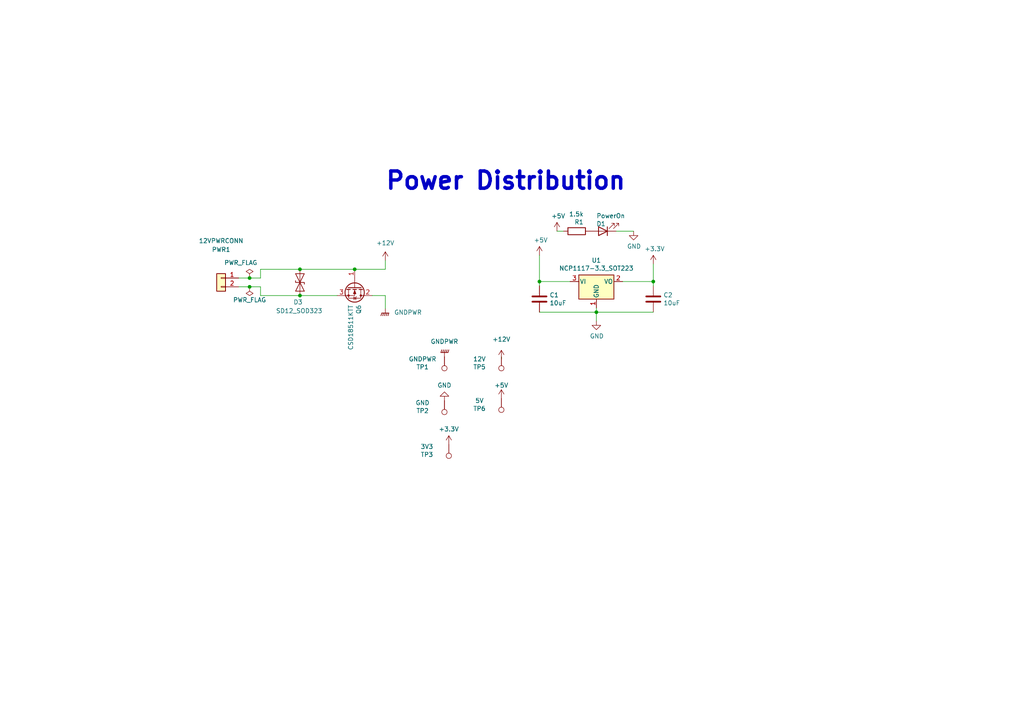
<source format=kicad_sch>
(kicad_sch (version 20230121) (generator eeschema)

  (uuid 59d96712-1eb1-4501-bf99-c33b5576da5d)

  (paper "A4")

  (lib_symbols
    (symbol "Connector:TestPoint" (pin_numbers hide) (pin_names (offset 0.762) hide) (in_bom yes) (on_board yes)
      (property "Reference" "TP" (at 0 6.858 0)
        (effects (font (size 1.27 1.27)))
      )
      (property "Value" "TestPoint" (at 0 5.08 0)
        (effects (font (size 1.27 1.27)))
      )
      (property "Footprint" "" (at 5.08 0 0)
        (effects (font (size 1.27 1.27)) hide)
      )
      (property "Datasheet" "~" (at 5.08 0 0)
        (effects (font (size 1.27 1.27)) hide)
      )
      (property "ki_keywords" "test point tp" (at 0 0 0)
        (effects (font (size 1.27 1.27)) hide)
      )
      (property "ki_description" "test point" (at 0 0 0)
        (effects (font (size 1.27 1.27)) hide)
      )
      (property "ki_fp_filters" "Pin* Test*" (at 0 0 0)
        (effects (font (size 1.27 1.27)) hide)
      )
      (symbol "TestPoint_0_1"
        (circle (center 0 3.302) (radius 0.762)
          (stroke (width 0) (type default))
          (fill (type none))
        )
      )
      (symbol "TestPoint_1_1"
        (pin passive line (at 0 0 90) (length 2.54)
          (name "1" (effects (font (size 1.27 1.27))))
          (number "1" (effects (font (size 1.27 1.27))))
        )
      )
    )
    (symbol "Connector_Generic:Conn_01x02" (pin_names (offset 1.016) hide) (in_bom yes) (on_board yes)
      (property "Reference" "J" (at 0 2.54 0)
        (effects (font (size 1.27 1.27)))
      )
      (property "Value" "Conn_01x02" (at 0 -5.08 0)
        (effects (font (size 1.27 1.27)))
      )
      (property "Footprint" "" (at 0 0 0)
        (effects (font (size 1.27 1.27)) hide)
      )
      (property "Datasheet" "~" (at 0 0 0)
        (effects (font (size 1.27 1.27)) hide)
      )
      (property "ki_keywords" "connector" (at 0 0 0)
        (effects (font (size 1.27 1.27)) hide)
      )
      (property "ki_description" "Generic connector, single row, 01x02, script generated (kicad-library-utils/schlib/autogen/connector/)" (at 0 0 0)
        (effects (font (size 1.27 1.27)) hide)
      )
      (property "ki_fp_filters" "Connector*:*_1x??_*" (at 0 0 0)
        (effects (font (size 1.27 1.27)) hide)
      )
      (symbol "Conn_01x02_1_1"
        (rectangle (start -1.27 -2.413) (end 0 -2.667)
          (stroke (width 0.1524) (type default))
          (fill (type none))
        )
        (rectangle (start -1.27 0.127) (end 0 -0.127)
          (stroke (width 0.1524) (type default))
          (fill (type none))
        )
        (rectangle (start -1.27 1.27) (end 1.27 -3.81)
          (stroke (width 0.254) (type default))
          (fill (type background))
        )
        (pin passive line (at -5.08 0 0) (length 3.81)
          (name "Pin_1" (effects (font (size 1.27 1.27))))
          (number "1" (effects (font (size 1.27 1.27))))
        )
        (pin passive line (at -5.08 -2.54 0) (length 3.81)
          (name "Pin_2" (effects (font (size 1.27 1.27))))
          (number "2" (effects (font (size 1.27 1.27))))
        )
      )
    )
    (symbol "Device:C" (pin_numbers hide) (pin_names (offset 0.254)) (in_bom yes) (on_board yes)
      (property "Reference" "C" (at 0.635 2.54 0)
        (effects (font (size 1.27 1.27)) (justify left))
      )
      (property "Value" "C" (at 0.635 -2.54 0)
        (effects (font (size 1.27 1.27)) (justify left))
      )
      (property "Footprint" "" (at 0.9652 -3.81 0)
        (effects (font (size 1.27 1.27)) hide)
      )
      (property "Datasheet" "~" (at 0 0 0)
        (effects (font (size 1.27 1.27)) hide)
      )
      (property "ki_keywords" "cap capacitor" (at 0 0 0)
        (effects (font (size 1.27 1.27)) hide)
      )
      (property "ki_description" "Unpolarized capacitor" (at 0 0 0)
        (effects (font (size 1.27 1.27)) hide)
      )
      (property "ki_fp_filters" "C_*" (at 0 0 0)
        (effects (font (size 1.27 1.27)) hide)
      )
      (symbol "C_0_1"
        (polyline
          (pts
            (xy -2.032 -0.762)
            (xy 2.032 -0.762)
          )
          (stroke (width 0.508) (type default))
          (fill (type none))
        )
        (polyline
          (pts
            (xy -2.032 0.762)
            (xy 2.032 0.762)
          )
          (stroke (width 0.508) (type default))
          (fill (type none))
        )
      )
      (symbol "C_1_1"
        (pin passive line (at 0 3.81 270) (length 2.794)
          (name "~" (effects (font (size 1.27 1.27))))
          (number "1" (effects (font (size 1.27 1.27))))
        )
        (pin passive line (at 0 -3.81 90) (length 2.794)
          (name "~" (effects (font (size 1.27 1.27))))
          (number "2" (effects (font (size 1.27 1.27))))
        )
      )
    )
    (symbol "Device:LED" (pin_numbers hide) (pin_names (offset 1.016) hide) (in_bom yes) (on_board yes)
      (property "Reference" "D" (at 0 2.54 0)
        (effects (font (size 1.27 1.27)))
      )
      (property "Value" "LED" (at 0 -2.54 0)
        (effects (font (size 1.27 1.27)))
      )
      (property "Footprint" "" (at 0 0 0)
        (effects (font (size 1.27 1.27)) hide)
      )
      (property "Datasheet" "~" (at 0 0 0)
        (effects (font (size 1.27 1.27)) hide)
      )
      (property "ki_keywords" "LED diode" (at 0 0 0)
        (effects (font (size 1.27 1.27)) hide)
      )
      (property "ki_description" "Light emitting diode" (at 0 0 0)
        (effects (font (size 1.27 1.27)) hide)
      )
      (property "ki_fp_filters" "LED* LED_SMD:* LED_THT:*" (at 0 0 0)
        (effects (font (size 1.27 1.27)) hide)
      )
      (symbol "LED_0_1"
        (polyline
          (pts
            (xy -1.27 -1.27)
            (xy -1.27 1.27)
          )
          (stroke (width 0.254) (type default))
          (fill (type none))
        )
        (polyline
          (pts
            (xy -1.27 0)
            (xy 1.27 0)
          )
          (stroke (width 0) (type default))
          (fill (type none))
        )
        (polyline
          (pts
            (xy 1.27 -1.27)
            (xy 1.27 1.27)
            (xy -1.27 0)
            (xy 1.27 -1.27)
          )
          (stroke (width 0.254) (type default))
          (fill (type none))
        )
        (polyline
          (pts
            (xy -3.048 -0.762)
            (xy -4.572 -2.286)
            (xy -3.81 -2.286)
            (xy -4.572 -2.286)
            (xy -4.572 -1.524)
          )
          (stroke (width 0) (type default))
          (fill (type none))
        )
        (polyline
          (pts
            (xy -1.778 -0.762)
            (xy -3.302 -2.286)
            (xy -2.54 -2.286)
            (xy -3.302 -2.286)
            (xy -3.302 -1.524)
          )
          (stroke (width 0) (type default))
          (fill (type none))
        )
      )
      (symbol "LED_1_1"
        (pin passive line (at -3.81 0 0) (length 2.54)
          (name "K" (effects (font (size 1.27 1.27))))
          (number "1" (effects (font (size 1.27 1.27))))
        )
        (pin passive line (at 3.81 0 180) (length 2.54)
          (name "A" (effects (font (size 1.27 1.27))))
          (number "2" (effects (font (size 1.27 1.27))))
        )
      )
    )
    (symbol "Device:Q_NMOS_GDS" (pin_names (offset 0) hide) (in_bom yes) (on_board yes)
      (property "Reference" "Q" (at 5.08 1.27 0)
        (effects (font (size 1.27 1.27)) (justify left))
      )
      (property "Value" "Q_NMOS_GDS" (at 5.08 -1.27 0)
        (effects (font (size 1.27 1.27)) (justify left))
      )
      (property "Footprint" "" (at 5.08 2.54 0)
        (effects (font (size 1.27 1.27)) hide)
      )
      (property "Datasheet" "~" (at 0 0 0)
        (effects (font (size 1.27 1.27)) hide)
      )
      (property "ki_keywords" "transistor NMOS N-MOS N-MOSFET" (at 0 0 0)
        (effects (font (size 1.27 1.27)) hide)
      )
      (property "ki_description" "N-MOSFET transistor, gate/drain/source" (at 0 0 0)
        (effects (font (size 1.27 1.27)) hide)
      )
      (symbol "Q_NMOS_GDS_0_1"
        (polyline
          (pts
            (xy 0.254 0)
            (xy -2.54 0)
          )
          (stroke (width 0) (type default))
          (fill (type none))
        )
        (polyline
          (pts
            (xy 0.254 1.905)
            (xy 0.254 -1.905)
          )
          (stroke (width 0.254) (type default))
          (fill (type none))
        )
        (polyline
          (pts
            (xy 0.762 -1.27)
            (xy 0.762 -2.286)
          )
          (stroke (width 0.254) (type default))
          (fill (type none))
        )
        (polyline
          (pts
            (xy 0.762 0.508)
            (xy 0.762 -0.508)
          )
          (stroke (width 0.254) (type default))
          (fill (type none))
        )
        (polyline
          (pts
            (xy 0.762 2.286)
            (xy 0.762 1.27)
          )
          (stroke (width 0.254) (type default))
          (fill (type none))
        )
        (polyline
          (pts
            (xy 2.54 2.54)
            (xy 2.54 1.778)
          )
          (stroke (width 0) (type default))
          (fill (type none))
        )
        (polyline
          (pts
            (xy 2.54 -2.54)
            (xy 2.54 0)
            (xy 0.762 0)
          )
          (stroke (width 0) (type default))
          (fill (type none))
        )
        (polyline
          (pts
            (xy 0.762 -1.778)
            (xy 3.302 -1.778)
            (xy 3.302 1.778)
            (xy 0.762 1.778)
          )
          (stroke (width 0) (type default))
          (fill (type none))
        )
        (polyline
          (pts
            (xy 1.016 0)
            (xy 2.032 0.381)
            (xy 2.032 -0.381)
            (xy 1.016 0)
          )
          (stroke (width 0) (type default))
          (fill (type outline))
        )
        (polyline
          (pts
            (xy 2.794 0.508)
            (xy 2.921 0.381)
            (xy 3.683 0.381)
            (xy 3.81 0.254)
          )
          (stroke (width 0) (type default))
          (fill (type none))
        )
        (polyline
          (pts
            (xy 3.302 0.381)
            (xy 2.921 -0.254)
            (xy 3.683 -0.254)
            (xy 3.302 0.381)
          )
          (stroke (width 0) (type default))
          (fill (type none))
        )
        (circle (center 1.651 0) (radius 2.794)
          (stroke (width 0.254) (type default))
          (fill (type none))
        )
        (circle (center 2.54 -1.778) (radius 0.254)
          (stroke (width 0) (type default))
          (fill (type outline))
        )
        (circle (center 2.54 1.778) (radius 0.254)
          (stroke (width 0) (type default))
          (fill (type outline))
        )
      )
      (symbol "Q_NMOS_GDS_1_1"
        (pin input line (at -5.08 0 0) (length 2.54)
          (name "G" (effects (font (size 1.27 1.27))))
          (number "1" (effects (font (size 1.27 1.27))))
        )
        (pin passive line (at 2.54 5.08 270) (length 2.54)
          (name "D" (effects (font (size 1.27 1.27))))
          (number "2" (effects (font (size 1.27 1.27))))
        )
        (pin passive line (at 2.54 -5.08 90) (length 2.54)
          (name "S" (effects (font (size 1.27 1.27))))
          (number "3" (effects (font (size 1.27 1.27))))
        )
      )
    )
    (symbol "Device:R" (pin_numbers hide) (pin_names (offset 0)) (in_bom yes) (on_board yes)
      (property "Reference" "R" (at 2.032 0 90)
        (effects (font (size 1.27 1.27)))
      )
      (property "Value" "R" (at 0 0 90)
        (effects (font (size 1.27 1.27)))
      )
      (property "Footprint" "" (at -1.778 0 90)
        (effects (font (size 1.27 1.27)) hide)
      )
      (property "Datasheet" "~" (at 0 0 0)
        (effects (font (size 1.27 1.27)) hide)
      )
      (property "ki_keywords" "R res resistor" (at 0 0 0)
        (effects (font (size 1.27 1.27)) hide)
      )
      (property "ki_description" "Resistor" (at 0 0 0)
        (effects (font (size 1.27 1.27)) hide)
      )
      (property "ki_fp_filters" "R_*" (at 0 0 0)
        (effects (font (size 1.27 1.27)) hide)
      )
      (symbol "R_0_1"
        (rectangle (start -1.016 -2.54) (end 1.016 2.54)
          (stroke (width 0.254) (type default))
          (fill (type none))
        )
      )
      (symbol "R_1_1"
        (pin passive line (at 0 3.81 270) (length 1.27)
          (name "~" (effects (font (size 1.27 1.27))))
          (number "1" (effects (font (size 1.27 1.27))))
        )
        (pin passive line (at 0 -3.81 90) (length 1.27)
          (name "~" (effects (font (size 1.27 1.27))))
          (number "2" (effects (font (size 1.27 1.27))))
        )
      )
    )
    (symbol "Diode:SD12_SOD323" (pin_numbers hide) (pin_names (offset 1.016) hide) (in_bom yes) (on_board yes)
      (property "Reference" "D" (at 0 2.54 0)
        (effects (font (size 1.27 1.27)))
      )
      (property "Value" "SD12_SOD323" (at 0 -2.54 0)
        (effects (font (size 1.27 1.27)))
      )
      (property "Footprint" "Diode_SMD:D_SOD-323" (at 0 -5.08 0)
        (effects (font (size 1.27 1.27)) hide)
      )
      (property "Datasheet" "https://www.littelfuse.com/~/media/electronics/datasheets/tvs_diode_arrays/littelfuse_tvs_diode_array_sd_c_datasheet.pdf.pdf" (at 0 0 0)
        (effects (font (size 1.27 1.27)) hide)
      )
      (property "ki_keywords" "transient voltage suppressor thyrector transil" (at 0 0 0)
        (effects (font (size 1.27 1.27)) hide)
      )
      (property "ki_description" "12V, 450W Discrete Bidirectional TVS Diode, SOD-323" (at 0 0 0)
        (effects (font (size 1.27 1.27)) hide)
      )
      (property "ki_fp_filters" "D?SOD?323*" (at 0 0 0)
        (effects (font (size 1.27 1.27)) hide)
      )
      (symbol "SD12_SOD323_0_1"
        (polyline
          (pts
            (xy 1.27 0)
            (xy -1.27 0)
          )
          (stroke (width 0) (type default))
          (fill (type none))
        )
        (polyline
          (pts
            (xy -2.54 -1.27)
            (xy 0 0)
            (xy -2.54 1.27)
            (xy -2.54 -1.27)
          )
          (stroke (width 0.2032) (type default))
          (fill (type none))
        )
        (polyline
          (pts
            (xy 0.508 1.27)
            (xy 0 1.27)
            (xy 0 -1.27)
            (xy -0.508 -1.27)
          )
          (stroke (width 0.2032) (type default))
          (fill (type none))
        )
        (polyline
          (pts
            (xy 2.54 1.27)
            (xy 2.54 -1.27)
            (xy 0 0)
            (xy 2.54 1.27)
          )
          (stroke (width 0.2032) (type default))
          (fill (type none))
        )
      )
      (symbol "SD12_SOD323_1_1"
        (pin passive line (at -3.81 0 0) (length 2.54)
          (name "A1" (effects (font (size 1.27 1.27))))
          (number "1" (effects (font (size 1.27 1.27))))
        )
        (pin passive line (at 3.81 0 180) (length 2.54)
          (name "A2" (effects (font (size 1.27 1.27))))
          (number "2" (effects (font (size 1.27 1.27))))
        )
      )
    )
    (symbol "Regulator_Linear:NCP1117-3.3_SOT223" (pin_names (offset 0.254)) (in_bom yes) (on_board yes)
      (property "Reference" "U" (at -3.81 3.175 0)
        (effects (font (size 1.27 1.27)))
      )
      (property "Value" "NCP1117-3.3_SOT223" (at 0 3.175 0)
        (effects (font (size 1.27 1.27)) (justify left))
      )
      (property "Footprint" "Package_TO_SOT_SMD:SOT-223-3_TabPin2" (at 0 5.08 0)
        (effects (font (size 1.27 1.27)) hide)
      )
      (property "Datasheet" "http://www.onsemi.com/pub_link/Collateral/NCP1117-D.PDF" (at 2.54 -6.35 0)
        (effects (font (size 1.27 1.27)) hide)
      )
      (property "ki_keywords" "REGULATOR LDO 3.3V" (at 0 0 0)
        (effects (font (size 1.27 1.27)) hide)
      )
      (property "ki_description" "1A Low drop-out regulator, Fixed Output 3.3V, SOT-223" (at 0 0 0)
        (effects (font (size 1.27 1.27)) hide)
      )
      (property "ki_fp_filters" "SOT?223*TabPin2*" (at 0 0 0)
        (effects (font (size 1.27 1.27)) hide)
      )
      (symbol "NCP1117-3.3_SOT223_0_1"
        (rectangle (start -5.08 -5.08) (end 5.08 1.905)
          (stroke (width 0.254) (type default))
          (fill (type background))
        )
      )
      (symbol "NCP1117-3.3_SOT223_1_1"
        (pin power_in line (at 0 -7.62 90) (length 2.54)
          (name "GND" (effects (font (size 1.27 1.27))))
          (number "1" (effects (font (size 1.27 1.27))))
        )
        (pin power_out line (at 7.62 0 180) (length 2.54)
          (name "VO" (effects (font (size 1.27 1.27))))
          (number "2" (effects (font (size 1.27 1.27))))
        )
        (pin power_in line (at -7.62 0 0) (length 2.54)
          (name "VI" (effects (font (size 1.27 1.27))))
          (number "3" (effects (font (size 1.27 1.27))))
        )
      )
    )
    (symbol "power:+12V" (power) (pin_names (offset 0)) (in_bom yes) (on_board yes)
      (property "Reference" "#PWR" (at 0 -3.81 0)
        (effects (font (size 1.27 1.27)) hide)
      )
      (property "Value" "+12V" (at 0 3.556 0)
        (effects (font (size 1.27 1.27)))
      )
      (property "Footprint" "" (at 0 0 0)
        (effects (font (size 1.27 1.27)) hide)
      )
      (property "Datasheet" "" (at 0 0 0)
        (effects (font (size 1.27 1.27)) hide)
      )
      (property "ki_keywords" "power-flag" (at 0 0 0)
        (effects (font (size 1.27 1.27)) hide)
      )
      (property "ki_description" "Power symbol creates a global label with name \"+12V\"" (at 0 0 0)
        (effects (font (size 1.27 1.27)) hide)
      )
      (symbol "+12V_0_1"
        (polyline
          (pts
            (xy -0.762 1.27)
            (xy 0 2.54)
          )
          (stroke (width 0) (type default))
          (fill (type none))
        )
        (polyline
          (pts
            (xy 0 0)
            (xy 0 2.54)
          )
          (stroke (width 0) (type default))
          (fill (type none))
        )
        (polyline
          (pts
            (xy 0 2.54)
            (xy 0.762 1.27)
          )
          (stroke (width 0) (type default))
          (fill (type none))
        )
      )
      (symbol "+12V_1_1"
        (pin power_in line (at 0 0 90) (length 0) hide
          (name "+12V" (effects (font (size 1.27 1.27))))
          (number "1" (effects (font (size 1.27 1.27))))
        )
      )
    )
    (symbol "power:+3.3V" (power) (pin_names (offset 0)) (in_bom yes) (on_board yes)
      (property "Reference" "#PWR" (at 0 -3.81 0)
        (effects (font (size 1.27 1.27)) hide)
      )
      (property "Value" "+3.3V" (at 0 3.556 0)
        (effects (font (size 1.27 1.27)))
      )
      (property "Footprint" "" (at 0 0 0)
        (effects (font (size 1.27 1.27)) hide)
      )
      (property "Datasheet" "" (at 0 0 0)
        (effects (font (size 1.27 1.27)) hide)
      )
      (property "ki_keywords" "power-flag" (at 0 0 0)
        (effects (font (size 1.27 1.27)) hide)
      )
      (property "ki_description" "Power symbol creates a global label with name \"+3.3V\"" (at 0 0 0)
        (effects (font (size 1.27 1.27)) hide)
      )
      (symbol "+3.3V_0_1"
        (polyline
          (pts
            (xy -0.762 1.27)
            (xy 0 2.54)
          )
          (stroke (width 0) (type default))
          (fill (type none))
        )
        (polyline
          (pts
            (xy 0 0)
            (xy 0 2.54)
          )
          (stroke (width 0) (type default))
          (fill (type none))
        )
        (polyline
          (pts
            (xy 0 2.54)
            (xy 0.762 1.27)
          )
          (stroke (width 0) (type default))
          (fill (type none))
        )
      )
      (symbol "+3.3V_1_1"
        (pin power_in line (at 0 0 90) (length 0) hide
          (name "+3.3V" (effects (font (size 1.27 1.27))))
          (number "1" (effects (font (size 1.27 1.27))))
        )
      )
    )
    (symbol "power:+5V" (power) (pin_names (offset 0)) (in_bom yes) (on_board yes)
      (property "Reference" "#PWR" (at 0 -3.81 0)
        (effects (font (size 1.27 1.27)) hide)
      )
      (property "Value" "+5V" (at 0 3.556 0)
        (effects (font (size 1.27 1.27)))
      )
      (property "Footprint" "" (at 0 0 0)
        (effects (font (size 1.27 1.27)) hide)
      )
      (property "Datasheet" "" (at 0 0 0)
        (effects (font (size 1.27 1.27)) hide)
      )
      (property "ki_keywords" "power-flag" (at 0 0 0)
        (effects (font (size 1.27 1.27)) hide)
      )
      (property "ki_description" "Power symbol creates a global label with name \"+5V\"" (at 0 0 0)
        (effects (font (size 1.27 1.27)) hide)
      )
      (symbol "+5V_0_1"
        (polyline
          (pts
            (xy -0.762 1.27)
            (xy 0 2.54)
          )
          (stroke (width 0) (type default))
          (fill (type none))
        )
        (polyline
          (pts
            (xy 0 0)
            (xy 0 2.54)
          )
          (stroke (width 0) (type default))
          (fill (type none))
        )
        (polyline
          (pts
            (xy 0 2.54)
            (xy 0.762 1.27)
          )
          (stroke (width 0) (type default))
          (fill (type none))
        )
      )
      (symbol "+5V_1_1"
        (pin power_in line (at 0 0 90) (length 0) hide
          (name "+5V" (effects (font (size 1.27 1.27))))
          (number "1" (effects (font (size 1.27 1.27))))
        )
      )
    )
    (symbol "power:GND" (power) (pin_names (offset 0)) (in_bom yes) (on_board yes)
      (property "Reference" "#PWR" (at 0 -6.35 0)
        (effects (font (size 1.27 1.27)) hide)
      )
      (property "Value" "GND" (at 0 -3.81 0)
        (effects (font (size 1.27 1.27)))
      )
      (property "Footprint" "" (at 0 0 0)
        (effects (font (size 1.27 1.27)) hide)
      )
      (property "Datasheet" "" (at 0 0 0)
        (effects (font (size 1.27 1.27)) hide)
      )
      (property "ki_keywords" "power-flag" (at 0 0 0)
        (effects (font (size 1.27 1.27)) hide)
      )
      (property "ki_description" "Power symbol creates a global label with name \"GND\" , ground" (at 0 0 0)
        (effects (font (size 1.27 1.27)) hide)
      )
      (symbol "GND_0_1"
        (polyline
          (pts
            (xy 0 0)
            (xy 0 -1.27)
            (xy 1.27 -1.27)
            (xy 0 -2.54)
            (xy -1.27 -1.27)
            (xy 0 -1.27)
          )
          (stroke (width 0) (type default))
          (fill (type none))
        )
      )
      (symbol "GND_1_1"
        (pin power_in line (at 0 0 270) (length 0) hide
          (name "GND" (effects (font (size 1.27 1.27))))
          (number "1" (effects (font (size 1.27 1.27))))
        )
      )
    )
    (symbol "power:GNDPWR" (power) (pin_names (offset 0)) (in_bom yes) (on_board yes)
      (property "Reference" "#PWR" (at 0 -5.08 0)
        (effects (font (size 1.27 1.27)) hide)
      )
      (property "Value" "GNDPWR" (at 0 -3.302 0)
        (effects (font (size 1.27 1.27)))
      )
      (property "Footprint" "" (at 0 -1.27 0)
        (effects (font (size 1.27 1.27)) hide)
      )
      (property "Datasheet" "" (at 0 -1.27 0)
        (effects (font (size 1.27 1.27)) hide)
      )
      (property "ki_keywords" "power-flag" (at 0 0 0)
        (effects (font (size 1.27 1.27)) hide)
      )
      (property "ki_description" "Power symbol creates a global label with name \"GNDPWR\" , power ground" (at 0 0 0)
        (effects (font (size 1.27 1.27)) hide)
      )
      (symbol "GNDPWR_0_1"
        (polyline
          (pts
            (xy 0 -1.27)
            (xy 0 0)
          )
          (stroke (width 0) (type default))
          (fill (type none))
        )
        (polyline
          (pts
            (xy -1.016 -1.27)
            (xy -1.27 -2.032)
            (xy -1.27 -2.032)
          )
          (stroke (width 0.2032) (type default))
          (fill (type none))
        )
        (polyline
          (pts
            (xy -0.508 -1.27)
            (xy -0.762 -2.032)
            (xy -0.762 -2.032)
          )
          (stroke (width 0.2032) (type default))
          (fill (type none))
        )
        (polyline
          (pts
            (xy 0 -1.27)
            (xy -0.254 -2.032)
            (xy -0.254 -2.032)
          )
          (stroke (width 0.2032) (type default))
          (fill (type none))
        )
        (polyline
          (pts
            (xy 0.508 -1.27)
            (xy 0.254 -2.032)
            (xy 0.254 -2.032)
          )
          (stroke (width 0.2032) (type default))
          (fill (type none))
        )
        (polyline
          (pts
            (xy 1.016 -1.27)
            (xy -1.016 -1.27)
            (xy -1.016 -1.27)
          )
          (stroke (width 0.2032) (type default))
          (fill (type none))
        )
        (polyline
          (pts
            (xy 1.016 -1.27)
            (xy 0.762 -2.032)
            (xy 0.762 -2.032)
            (xy 0.762 -2.032)
          )
          (stroke (width 0.2032) (type default))
          (fill (type none))
        )
      )
      (symbol "GNDPWR_1_1"
        (pin power_in line (at 0 0 270) (length 0) hide
          (name "GNDPWR" (effects (font (size 1.27 1.27))))
          (number "1" (effects (font (size 1.27 1.27))))
        )
      )
    )
    (symbol "power:PWR_FLAG" (power) (pin_numbers hide) (pin_names (offset 0) hide) (in_bom yes) (on_board yes)
      (property "Reference" "#FLG" (at 0 1.905 0)
        (effects (font (size 1.27 1.27)) hide)
      )
      (property "Value" "PWR_FLAG" (at 0 3.81 0)
        (effects (font (size 1.27 1.27)))
      )
      (property "Footprint" "" (at 0 0 0)
        (effects (font (size 1.27 1.27)) hide)
      )
      (property "Datasheet" "~" (at 0 0 0)
        (effects (font (size 1.27 1.27)) hide)
      )
      (property "ki_keywords" "power-flag" (at 0 0 0)
        (effects (font (size 1.27 1.27)) hide)
      )
      (property "ki_description" "Special symbol for telling ERC where power comes from" (at 0 0 0)
        (effects (font (size 1.27 1.27)) hide)
      )
      (symbol "PWR_FLAG_0_0"
        (pin power_out line (at 0 0 90) (length 0)
          (name "pwr" (effects (font (size 1.27 1.27))))
          (number "1" (effects (font (size 1.27 1.27))))
        )
      )
      (symbol "PWR_FLAG_0_1"
        (polyline
          (pts
            (xy 0 0)
            (xy 0 1.27)
            (xy -1.016 1.905)
            (xy 0 2.54)
            (xy 1.016 1.905)
            (xy 0 1.27)
          )
          (stroke (width 0) (type default))
          (fill (type none))
        )
      )
    )
  )

  (junction (at 156.464 81.661) (diameter 0) (color 0 0 0 0)
    (uuid 47962eac-8b5b-4317-a17b-87b2cd477fa5)
  )
  (junction (at 72.39 83.185) (diameter 0) (color 0 0 0 0)
    (uuid 5826464c-0a1c-426a-add2-ddf05882c7fb)
  )
  (junction (at 172.974 90.551) (diameter 0) (color 0 0 0 0)
    (uuid 58d6440e-ec25-4962-bfe4-5f06b8bde065)
  )
  (junction (at 189.484 81.661) (diameter 0) (color 0 0 0 0)
    (uuid 635e0863-ea42-4259-98b9-47d47e7f3c24)
  )
  (junction (at 86.995 85.725) (diameter 0) (color 0 0 0 0)
    (uuid 6a0d9f67-66fa-4017-bba9-3fa3b03e3194)
  )
  (junction (at 72.39 80.645) (diameter 0) (color 0 0 0 0)
    (uuid 746c59f2-674b-42b6-bf66-7a01d611e998)
  )
  (junction (at 102.87 78.105) (diameter 0) (color 0 0 0 0)
    (uuid 90094392-7ac9-4316-8074-ce45c18d7c11)
  )
  (junction (at 86.995 78.105) (diameter 0) (color 0 0 0 0)
    (uuid b225f987-ef89-4612-900d-d88dfa82347c)
  )

  (wire (pts (xy 111.76 75.565) (xy 111.76 78.105))
    (stroke (width 0) (type default))
    (uuid 02b3fb8b-80e5-441c-a182-51e719e34c8c)
  )
  (wire (pts (xy 189.484 90.551) (xy 172.974 90.551))
    (stroke (width 0) (type default))
    (uuid 065c6fb6-3adc-4fef-a136-e6b1ca4fa2eb)
  )
  (wire (pts (xy 72.39 83.185) (xy 69.215 83.185))
    (stroke (width 0) (type default))
    (uuid 07457227-3427-4711-9c5d-4c16d4a92a41)
  )
  (wire (pts (xy 172.974 93.091) (xy 172.974 90.551))
    (stroke (width 0) (type default))
    (uuid 09cc9a03-1afe-445f-a129-715e47299aa7)
  )
  (wire (pts (xy 75.565 83.185) (xy 72.39 83.185))
    (stroke (width 0) (type default))
    (uuid 25e2ae22-0bee-4ff3-8f9d-5269720a17fa)
  )
  (wire (pts (xy 156.464 82.931) (xy 156.464 81.661))
    (stroke (width 0) (type default))
    (uuid 2d8b7ffe-9d84-4bd2-a694-b46c6a4dc6a2)
  )
  (wire (pts (xy 156.464 90.551) (xy 172.974 90.551))
    (stroke (width 0) (type default))
    (uuid 2f13d045-3abb-4f11-b8de-8ea0f34bd77d)
  )
  (wire (pts (xy 72.39 80.645) (xy 69.215 80.645))
    (stroke (width 0) (type default))
    (uuid 42ca83c8-d548-49f5-92bf-7bd02c2644f5)
  )
  (wire (pts (xy 111.76 89.535) (xy 111.76 85.725))
    (stroke (width 0) (type default))
    (uuid 432f8277-752a-4710-93a0-1126b7e87219)
  )
  (wire (pts (xy 172.974 90.551) (xy 172.974 89.281))
    (stroke (width 0) (type default))
    (uuid 533bca9f-d583-45c5-a665-af57666031bb)
  )
  (wire (pts (xy 111.76 85.725) (xy 107.95 85.725))
    (stroke (width 0) (type default))
    (uuid 6674b9b7-f2c6-4e0e-bb6d-8e5aa63c517d)
  )
  (wire (pts (xy 189.484 81.661) (xy 189.484 82.931))
    (stroke (width 0) (type default))
    (uuid 705a2ed1-37e4-4766-b1b7-2997c1b9739e)
  )
  (wire (pts (xy 75.565 85.725) (xy 86.995 85.725))
    (stroke (width 0) (type default))
    (uuid 7bcbc0f9-735d-4c26-8cd6-45350c656506)
  )
  (wire (pts (xy 161.544 67.056) (xy 163.449 67.056))
    (stroke (width 0) (type default))
    (uuid a38fca05-221b-4963-a5f1-f31f5daa0f6a)
  )
  (wire (pts (xy 72.39 80.645) (xy 75.565 80.645))
    (stroke (width 0) (type default))
    (uuid a4551e35-807c-494c-9e06-d5ef34027fc7)
  )
  (wire (pts (xy 75.565 80.645) (xy 75.565 78.105))
    (stroke (width 0) (type default))
    (uuid ab5cc049-4b05-446c-9b27-4d81fedf0e24)
  )
  (wire (pts (xy 86.995 78.105) (xy 102.87 78.105))
    (stroke (width 0) (type default))
    (uuid ad6c445e-b1cb-4704-a3ed-02893c5b6ce8)
  )
  (wire (pts (xy 145.415 104.14) (xy 145.415 103.505))
    (stroke (width 0) (type default))
    (uuid af96c596-fba5-4696-b1ee-0490773e6d7e)
  )
  (wire (pts (xy 75.565 85.725) (xy 75.565 83.185))
    (stroke (width 0) (type default))
    (uuid b71102c8-c589-40ba-a734-e11d9172c4e4)
  )
  (wire (pts (xy 178.689 67.056) (xy 183.769 67.056))
    (stroke (width 0) (type default))
    (uuid c0073c7e-3098-4942-b576-9b76b69c38e5)
  )
  (wire (pts (xy 111.76 78.105) (xy 102.87 78.105))
    (stroke (width 0) (type default))
    (uuid d26711d0-9eb0-403b-810c-b2b0654aa558)
  )
  (wire (pts (xy 156.464 74.041) (xy 156.464 81.661))
    (stroke (width 0) (type default))
    (uuid d8bd8301-1110-417f-a5c6-32e4065d770b)
  )
  (wire (pts (xy 189.484 76.581) (xy 189.484 81.661))
    (stroke (width 0) (type default))
    (uuid f22a093e-fc7a-489f-a6b2-981e55e4b493)
  )
  (wire (pts (xy 180.594 81.661) (xy 189.484 81.661))
    (stroke (width 0) (type default))
    (uuid f354540b-33c1-47e2-b6b3-5ef98717ad56)
  )
  (wire (pts (xy 165.354 81.661) (xy 156.464 81.661))
    (stroke (width 0) (type default))
    (uuid f572d305-5d8a-44c9-a447-ffc1ad79ae95)
  )
  (wire (pts (xy 86.995 85.725) (xy 97.79 85.725))
    (stroke (width 0) (type default))
    (uuid f86ba59f-516a-4b9b-bfad-a168bd8083e6)
  )
  (wire (pts (xy 75.565 78.105) (xy 86.995 78.105))
    (stroke (width 0) (type default))
    (uuid ff19f788-84d2-4138-a7df-1f3a8f051589)
  )

  (text "Power Distribution" (at 111.506 55.499 0)
    (effects (font (size 5 5) (thickness 1) bold) (justify left bottom))
    (uuid 69f3e4d4-68a5-4056-ba36-d6d936fa1cec)
  )

  (symbol (lib_id "Connector:TestPoint") (at 130.175 128.905 180) (unit 1)
    (in_bom yes) (on_board yes) (dnp no)
    (uuid 06baedef-6964-4b53-ab4e-691dd12f3d8d)
    (property "Reference" "TP3" (at 123.825 131.8514 0)
      (effects (font (size 1.27 1.27)))
    )
    (property "Value" "3V3" (at 123.825 129.54 0)
      (effects (font (size 1.27 1.27)))
    )
    (property "Footprint" "TestPoint:TestPoint_Pad_1.0x1.0mm" (at 125.095 128.905 0)
      (effects (font (size 1.27 1.27)) hide)
    )
    (property "Datasheet" "~" (at 125.095 128.905 0)
      (effects (font (size 1.27 1.27)) hide)
    )
    (pin "1" (uuid aae74398-cd35-436d-afbf-f7f0ed158aca))
    (instances
      (project "Controls-LightingPCB"
        (path "/229b82f0-5048-47d6-8bc8-0bcee42eb4bc"
          (reference "TP3") (unit 1)
        )
        (path "/229b82f0-5048-47d6-8bc8-0bcee42eb4bc/916dc945-7f6b-4f72-9501-843226bc8544"
          (reference "TP3") (unit 1)
        )
      )
    )
  )

  (symbol (lib_id "Device:C") (at 156.464 86.741 0) (unit 1)
    (in_bom yes) (on_board yes) (dnp no)
    (uuid 0acabe77-88c1-4055-9527-4b8eadc6d7e9)
    (property "Reference" "C1" (at 159.385 85.5726 0)
      (effects (font (size 1.27 1.27)) (justify left))
    )
    (property "Value" "10uF" (at 159.385 87.884 0)
      (effects (font (size 1.27 1.27)) (justify left))
    )
    (property "Footprint" "Capacitor_SMD:C_0805_2012Metric" (at 157.4292 90.551 0)
      (effects (font (size 1.27 1.27)) hide)
    )
    (property "Datasheet" "~" (at 156.464 86.741 0)
      (effects (font (size 1.27 1.27)) hide)
    )
    (property "P/N" "C0805C106M3PAC7210" (at 156.464 86.741 0)
      (effects (font (size 1.27 1.27)) hide)
    )
    (pin "1" (uuid 4c45e077-af64-45f1-869b-775fc28c4b23))
    (pin "2" (uuid 3011c66e-908d-4c60-bd22-9744926b5976))
    (instances
      (project "Controls-LightingPCB"
        (path "/229b82f0-5048-47d6-8bc8-0bcee42eb4bc"
          (reference "C1") (unit 1)
        )
        (path "/229b82f0-5048-47d6-8bc8-0bcee42eb4bc/916dc945-7f6b-4f72-9501-843226bc8544"
          (reference "C1") (unit 1)
        )
      )
    )
  )

  (symbol (lib_id "power:+3.3V") (at 130.175 128.905 0) (unit 1)
    (in_bom yes) (on_board yes) (dnp no)
    (uuid 1f1db399-1a39-43ff-8b2d-eea44455b197)
    (property "Reference" "#PWR05" (at 130.175 132.715 0)
      (effects (font (size 1.27 1.27)) hide)
    )
    (property "Value" "+3.3V" (at 130.175 124.46 0)
      (effects (font (size 1.27 1.27)))
    )
    (property "Footprint" "" (at 130.175 128.905 0)
      (effects (font (size 1.27 1.27)) hide)
    )
    (property "Datasheet" "" (at 130.175 128.905 0)
      (effects (font (size 1.27 1.27)) hide)
    )
    (pin "1" (uuid 36a31c90-53cc-4da2-8c5c-febe50ca2837))
    (instances
      (project "Controls-LightingPCB"
        (path "/229b82f0-5048-47d6-8bc8-0bcee42eb4bc"
          (reference "#PWR05") (unit 1)
        )
        (path "/229b82f0-5048-47d6-8bc8-0bcee42eb4bc/916dc945-7f6b-4f72-9501-843226bc8544"
          (reference "#PWR05") (unit 1)
        )
      )
    )
  )

  (symbol (lib_id "power:+12V") (at 145.415 104.14 0) (unit 1)
    (in_bom yes) (on_board yes) (dnp no) (fields_autoplaced)
    (uuid 27e4cf20-d950-442d-811a-33144bdd5a75)
    (property "Reference" "#PWR07" (at 145.415 107.95 0)
      (effects (font (size 1.27 1.27)) hide)
    )
    (property "Value" "+12V" (at 145.415 98.425 0)
      (effects (font (size 1.27 1.27)))
    )
    (property "Footprint" "" (at 145.415 104.14 0)
      (effects (font (size 1.27 1.27)) hide)
    )
    (property "Datasheet" "" (at 145.415 104.14 0)
      (effects (font (size 1.27 1.27)) hide)
    )
    (pin "1" (uuid 2e7389b4-2227-4d48-8cb5-b54029796f7d))
    (instances
      (project "Controls-LightingPCB"
        (path "/229b82f0-5048-47d6-8bc8-0bcee42eb4bc"
          (reference "#PWR07") (unit 1)
        )
        (path "/229b82f0-5048-47d6-8bc8-0bcee42eb4bc/916dc945-7f6b-4f72-9501-843226bc8544"
          (reference "#PWR07") (unit 1)
        )
      )
    )
  )

  (symbol (lib_id "Diode:SD12_SOD323") (at 86.995 81.915 90) (unit 1)
    (in_bom yes) (on_board yes) (dnp no)
    (uuid 44b32a93-3ef1-4e37-bd9d-24f7584fe263)
    (property "Reference" "D3" (at 85.09 87.63 90)
      (effects (font (size 1.27 1.27)) (justify right))
    )
    (property "Value" "SD12_SOD323" (at 80.01 90.17 90)
      (effects (font (size 1.27 1.27)) (justify right))
    )
    (property "Footprint" "Diode_SMD:D_SOD-323" (at 92.075 81.915 0)
      (effects (font (size 1.27 1.27)) hide)
    )
    (property "Datasheet" "https://www.littelfuse.com/~/media/electronics/datasheets/tvs_diode_arrays/littelfuse_tvs_diode_array_sd_c_datasheet.pdf.pdf" (at 86.995 81.915 0)
      (effects (font (size 1.27 1.27)) hide)
    )
    (property "P/N" "PESD12VL1BA,115" (at 86.995 81.915 90)
      (effects (font (size 1.27 1.27)) hide)
    )
    (pin "1" (uuid b654cfc6-8cea-41c3-9481-c95e2449e40a))
    (pin "2" (uuid e601b71c-460f-4c10-8056-62f3e60c0170))
    (instances
      (project "Controls-LightingPCB"
        (path "/229b82f0-5048-47d6-8bc8-0bcee42eb4bc"
          (reference "D3") (unit 1)
        )
        (path "/229b82f0-5048-47d6-8bc8-0bcee42eb4bc/916dc945-7f6b-4f72-9501-843226bc8544"
          (reference "D3") (unit 1)
        )
      )
    )
  )

  (symbol (lib_id "Connector:TestPoint") (at 128.905 116.205 180) (unit 1)
    (in_bom yes) (on_board yes) (dnp no)
    (uuid 5087279a-3555-4ccf-94fe-924190b79055)
    (property "Reference" "TP2" (at 122.555 119.1514 0)
      (effects (font (size 1.27 1.27)))
    )
    (property "Value" "GND" (at 122.555 116.84 0)
      (effects (font (size 1.27 1.27)))
    )
    (property "Footprint" "TestPoint:TestPoint_Pad_1.0x1.0mm" (at 123.825 116.205 0)
      (effects (font (size 1.27 1.27)) hide)
    )
    (property "Datasheet" "~" (at 123.825 116.205 0)
      (effects (font (size 1.27 1.27)) hide)
    )
    (pin "1" (uuid 9c0fec27-90ac-4566-94f4-f73009c53525))
    (instances
      (project "Controls-LightingPCB"
        (path "/229b82f0-5048-47d6-8bc8-0bcee42eb4bc"
          (reference "TP2") (unit 1)
        )
        (path "/229b82f0-5048-47d6-8bc8-0bcee42eb4bc/916dc945-7f6b-4f72-9501-843226bc8544"
          (reference "TP2") (unit 1)
        )
      )
    )
  )

  (symbol (lib_id "Connector_Generic:Conn_01x02") (at 64.135 80.645 0) (mirror y) (unit 1)
    (in_bom yes) (on_board yes) (dnp no)
    (uuid 5a9cfda7-37fb-451d-b7c0-4450d748405e)
    (property "Reference" "PWR1" (at 64.135 72.39 0)
      (effects (font (size 1.27 1.27)))
    )
    (property "Value" "12VPWRCONN" (at 64.135 69.85 0)
      (effects (font (size 1.27 1.27)))
    )
    (property "Footprint" "Connector_Molex:Molex_Micro-Fit_3.0_43650-0215_1x02_P3.00mm_Vertical" (at 64.135 80.645 0)
      (effects (font (size 1.27 1.27)) hide)
    )
    (property "Datasheet" "https://www.molex.com/content/dam/molex/molex-dot-com/products/automated/en-us/productspecificationpdf/436/43650/PS-43650-001.pdf?inline" (at 64.135 80.645 0)
      (effects (font (size 1.27 1.27)) hide)
    )
    (property "P/N" "43650-0215" (at 64.135 80.645 0)
      (effects (font (size 1.27 1.27)) hide)
    )
    (pin "1" (uuid 06240b5d-0dda-4cbe-8370-ab0a5b252814))
    (pin "2" (uuid ce13d68c-cd8a-4762-a70e-192d81ff0cb7))
    (instances
      (project "Controls-LightingPCB"
        (path "/229b82f0-5048-47d6-8bc8-0bcee42eb4bc"
          (reference "PWR1") (unit 1)
        )
        (path "/229b82f0-5048-47d6-8bc8-0bcee42eb4bc/916dc945-7f6b-4f72-9501-843226bc8544"
          (reference "PWR1") (unit 1)
        )
      )
    )
  )

  (symbol (lib_id "power:+12V") (at 111.76 75.565 0) (unit 1)
    (in_bom yes) (on_board yes) (dnp no) (fields_autoplaced)
    (uuid 60475cdd-d9a2-4632-b08e-8d87b3ad42b4)
    (property "Reference" "#PWR011" (at 111.76 79.375 0)
      (effects (font (size 1.27 1.27)) hide)
    )
    (property "Value" "+12V" (at 111.76 70.485 0)
      (effects (font (size 1.27 1.27)))
    )
    (property "Footprint" "" (at 111.76 75.565 0)
      (effects (font (size 1.27 1.27)) hide)
    )
    (property "Datasheet" "" (at 111.76 75.565 0)
      (effects (font (size 1.27 1.27)) hide)
    )
    (pin "1" (uuid 12758f9c-4869-4f3b-8c81-378ea720bd41))
    (instances
      (project "Controls-LightingPCB"
        (path "/229b82f0-5048-47d6-8bc8-0bcee42eb4bc"
          (reference "#PWR011") (unit 1)
        )
        (path "/229b82f0-5048-47d6-8bc8-0bcee42eb4bc/916dc945-7f6b-4f72-9501-843226bc8544"
          (reference "#PWR011") (unit 1)
        )
      )
    )
  )

  (symbol (lib_id "Device:Q_NMOS_GDS") (at 102.87 83.185 270) (unit 1)
    (in_bom yes) (on_board yes) (dnp no)
    (uuid 71f6df13-f81f-4cc9-92b3-309d23d3a139)
    (property "Reference" "Q6" (at 104.0384 88.3666 0)
      (effects (font (size 1.27 1.27)) (justify left))
    )
    (property "Value" "CSD18511KTT" (at 101.727 88.3666 0)
      (effects (font (size 1.27 1.27)) (justify left))
    )
    (property "Footprint" "Package_TO_SOT_SMD:TO-252-2" (at 105.41 88.265 0)
      (effects (font (size 1.27 1.27)) hide)
    )
    (property "Datasheet" "https://www.ti.com/lit/ds/symlink/csd18511ktt.pdf?HQS=dis-mous-null-mousermode-dsf-pf-null-wwe&ts=1684781212318&ref_url=https%253A%252F%252Fwww.mouser.com%252F" (at 102.87 83.185 0)
      (effects (font (size 1.27 1.27)) hide)
    )
    (property "P/N" "CSD18511KTT" (at 102.87 83.185 0)
      (effects (font (size 1.27 1.27)) hide)
    )
    (property "Vds" "40V" (at 102.87 83.185 0)
      (effects (font (size 1.27 1.27)) hide)
    )
    (property "Id" "194A" (at 102.87 83.185 0)
      (effects (font (size 1.27 1.27)) hide)
    )
    (pin "1" (uuid d52def55-2721-4fb0-b236-45800829db79))
    (pin "2" (uuid 05f35ada-512a-4840-a105-94c7f17d9cc9))
    (pin "3" (uuid 7d1f247a-16b7-4e8c-aa4c-daf0e6bdbd28))
    (instances
      (project "Controls-LightingPCB"
        (path "/229b82f0-5048-47d6-8bc8-0bcee42eb4bc/916dc945-7f6b-4f72-9501-843226bc8544"
          (reference "Q6") (unit 1)
        )
      )
      (project "ContactorDriver"
        (path "/aaa5c8ef-bb12-4c4a-bd2b-ddbca3d09ae8"
          (reference "Q1") (unit 1)
        )
      )
    )
  )

  (symbol (lib_id "power:+3.3V") (at 189.484 76.581 0) (unit 1)
    (in_bom yes) (on_board yes) (dnp no)
    (uuid 7442a54e-940a-4cab-bceb-82772eef84cd)
    (property "Reference" "#PWR010" (at 189.484 80.391 0)
      (effects (font (size 1.27 1.27)) hide)
    )
    (property "Value" "+3.3V" (at 189.865 72.1868 0)
      (effects (font (size 1.27 1.27)))
    )
    (property "Footprint" "" (at 189.484 76.581 0)
      (effects (font (size 1.27 1.27)) hide)
    )
    (property "Datasheet" "" (at 189.484 76.581 0)
      (effects (font (size 1.27 1.27)) hide)
    )
    (pin "1" (uuid 68384453-fb57-4e3e-9fc2-1e61eef04be7))
    (instances
      (project "Controls-LightingPCB"
        (path "/229b82f0-5048-47d6-8bc8-0bcee42eb4bc"
          (reference "#PWR010") (unit 1)
        )
        (path "/229b82f0-5048-47d6-8bc8-0bcee42eb4bc/916dc945-7f6b-4f72-9501-843226bc8544"
          (reference "#PWR010") (unit 1)
        )
      )
    )
  )

  (symbol (lib_id "power:GNDPWR") (at 128.905 103.505 180) (unit 1)
    (in_bom yes) (on_board yes) (dnp no)
    (uuid 753e1497-daed-4c3d-8fea-f53498bdc1b8)
    (property "Reference" "#PWR03" (at 128.905 98.425 0)
      (effects (font (size 1.27 1.27)) hide)
    )
    (property "Value" "GNDPWR" (at 128.905 99.06 0)
      (effects (font (size 1.27 1.27)))
    )
    (property "Footprint" "" (at 128.905 102.235 0)
      (effects (font (size 1.27 1.27)) hide)
    )
    (property "Datasheet" "" (at 128.905 102.235 0)
      (effects (font (size 1.27 1.27)) hide)
    )
    (pin "1" (uuid ac76ace9-1fb6-46c1-946e-6027cdf9443f))
    (instances
      (project "Controls-LightingPCB"
        (path "/229b82f0-5048-47d6-8bc8-0bcee42eb4bc"
          (reference "#PWR03") (unit 1)
        )
        (path "/229b82f0-5048-47d6-8bc8-0bcee42eb4bc/916dc945-7f6b-4f72-9501-843226bc8544"
          (reference "#PWR03") (unit 1)
        )
      )
    )
  )

  (symbol (lib_id "Regulator_Linear:NCP1117-3.3_SOT223") (at 172.974 81.661 0) (unit 1)
    (in_bom yes) (on_board yes) (dnp no)
    (uuid 78aeaa85-7172-4975-8d8b-2088d5133441)
    (property "Reference" "U1" (at 172.974 75.5142 0)
      (effects (font (size 1.27 1.27)))
    )
    (property "Value" "NCP1117-3.3_SOT223" (at 172.974 77.8256 0)
      (effects (font (size 1.27 1.27)))
    )
    (property "Footprint" "Package_TO_SOT_SMD:SOT-223-3_TabPin2" (at 172.974 76.581 0)
      (effects (font (size 1.27 1.27)) hide)
    )
    (property "Datasheet" "http://www.onsemi.com/pub_link/Collateral/NCP1117-D.PDF" (at 175.514 88.011 0)
      (effects (font (size 1.27 1.27)) hide)
    )
    (property "P/N" "NCP1117LPST33T3G" (at 172.974 81.661 0)
      (effects (font (size 1.27 1.27)) hide)
    )
    (pin "1" (uuid 8ea59f6d-3288-458b-896c-12e149f0c0d6))
    (pin "2" (uuid af35662b-b474-46aa-9a62-f547cb41c5f1))
    (pin "3" (uuid 408c5347-2a5e-4649-a088-e68ad32c359f))
    (instances
      (project "Controls-LightingPCB"
        (path "/229b82f0-5048-47d6-8bc8-0bcee42eb4bc"
          (reference "U1") (unit 1)
        )
        (path "/229b82f0-5048-47d6-8bc8-0bcee42eb4bc/916dc945-7f6b-4f72-9501-843226bc8544"
          (reference "U1") (unit 1)
        )
      )
    )
  )

  (symbol (lib_id "Connector:TestPoint") (at 145.415 103.505 180) (unit 1)
    (in_bom yes) (on_board yes) (dnp no)
    (uuid 7f98f4d4-2fda-4117-b225-00a033a47d1c)
    (property "Reference" "TP5" (at 139.065 106.4514 0)
      (effects (font (size 1.27 1.27)))
    )
    (property "Value" "12V" (at 139.065 104.14 0)
      (effects (font (size 1.27 1.27)))
    )
    (property "Footprint" "TestPoint:TestPoint_Pad_1.0x1.0mm" (at 140.335 103.505 0)
      (effects (font (size 1.27 1.27)) hide)
    )
    (property "Datasheet" "~" (at 140.335 103.505 0)
      (effects (font (size 1.27 1.27)) hide)
    )
    (pin "1" (uuid e9e75dd2-6ccd-4c34-9fbc-8891254b5b95))
    (instances
      (project "Controls-LightingPCB"
        (path "/229b82f0-5048-47d6-8bc8-0bcee42eb4bc"
          (reference "TP5") (unit 1)
        )
        (path "/229b82f0-5048-47d6-8bc8-0bcee42eb4bc/916dc945-7f6b-4f72-9501-843226bc8544"
          (reference "TP5") (unit 1)
        )
      )
    )
  )

  (symbol (lib_id "power:GND") (at 183.769 67.056 0) (unit 1)
    (in_bom yes) (on_board yes) (dnp no)
    (uuid 8184be43-03c4-4a79-a2ba-654aa17ef150)
    (property "Reference" "#PWR09" (at 183.769 73.406 0)
      (effects (font (size 1.27 1.27)) hide)
    )
    (property "Value" "GND" (at 183.896 71.4502 0)
      (effects (font (size 1.27 1.27)))
    )
    (property "Footprint" "" (at 183.769 67.056 0)
      (effects (font (size 1.27 1.27)) hide)
    )
    (property "Datasheet" "" (at 183.769 67.056 0)
      (effects (font (size 1.27 1.27)) hide)
    )
    (pin "1" (uuid 2fe81848-b2a9-4c84-b031-c71d7126d621))
    (instances
      (project "Controls-LightingPCB"
        (path "/229b82f0-5048-47d6-8bc8-0bcee42eb4bc"
          (reference "#PWR09") (unit 1)
        )
        (path "/229b82f0-5048-47d6-8bc8-0bcee42eb4bc/916dc945-7f6b-4f72-9501-843226bc8544"
          (reference "#PWR09") (unit 1)
        )
      )
    )
  )

  (symbol (lib_id "Device:R") (at 167.259 67.056 90) (unit 1)
    (in_bom yes) (on_board yes) (dnp no)
    (uuid 8d148031-a6e2-435a-844b-560b39ed7e71)
    (property "Reference" "R1" (at 169.291 64.4144 90)
      (effects (font (size 1.27 1.27)) (justify left))
    )
    (property "Value" "1.5k" (at 169.291 62.103 90)
      (effects (font (size 1.27 1.27)) (justify left))
    )
    (property "Footprint" "Resistor_SMD:R_0805_2012Metric" (at 167.259 68.834 90)
      (effects (font (size 1.27 1.27)) hide)
    )
    (property "Datasheet" "~" (at 167.259 67.056 0)
      (effects (font (size 1.27 1.27)) hide)
    )
    (property "P/N" "SDR10EZPJ152" (at 167.259 67.056 90)
      (effects (font (size 1.27 1.27)) hide)
    )
    (pin "1" (uuid 217ac04c-0ce9-4305-ba99-4b2f082fb999))
    (pin "2" (uuid f4a0abe2-a480-49b5-9d76-793d2db3d228))
    (instances
      (project "Controls-LightingPCB"
        (path "/229b82f0-5048-47d6-8bc8-0bcee42eb4bc"
          (reference "R1") (unit 1)
        )
        (path "/229b82f0-5048-47d6-8bc8-0bcee42eb4bc/916dc945-7f6b-4f72-9501-843226bc8544"
          (reference "R1") (unit 1)
        )
      )
    )
  )

  (symbol (lib_id "power:GNDPWR") (at 111.76 89.535 0) (unit 1)
    (in_bom yes) (on_board yes) (dnp no) (fields_autoplaced)
    (uuid 92f14486-92b4-442d-823e-dfd0151fd0fe)
    (property "Reference" "#PWR012" (at 111.76 94.615 0)
      (effects (font (size 1.27 1.27)) hide)
    )
    (property "Value" "GNDPWR" (at 114.3 90.6017 0)
      (effects (font (size 1.27 1.27)) (justify left))
    )
    (property "Footprint" "" (at 111.76 90.805 0)
      (effects (font (size 1.27 1.27)) hide)
    )
    (property "Datasheet" "" (at 111.76 90.805 0)
      (effects (font (size 1.27 1.27)) hide)
    )
    (pin "1" (uuid 378b8511-c12e-496a-9b7c-abd5f2ffe0fa))
    (instances
      (project "Controls-LightingPCB"
        (path "/229b82f0-5048-47d6-8bc8-0bcee42eb4bc"
          (reference "#PWR012") (unit 1)
        )
        (path "/229b82f0-5048-47d6-8bc8-0bcee42eb4bc/916dc945-7f6b-4f72-9501-843226bc8544"
          (reference "#PWR012") (unit 1)
        )
      )
    )
  )

  (symbol (lib_id "power:GND") (at 172.974 93.091 0) (unit 1)
    (in_bom yes) (on_board yes) (dnp no)
    (uuid a1d7a71d-65d0-40fd-a745-166a49006e3f)
    (property "Reference" "#PWR06" (at 172.974 99.441 0)
      (effects (font (size 1.27 1.27)) hide)
    )
    (property "Value" "GND" (at 173.101 97.4852 0)
      (effects (font (size 1.27 1.27)))
    )
    (property "Footprint" "" (at 172.974 93.091 0)
      (effects (font (size 1.27 1.27)) hide)
    )
    (property "Datasheet" "" (at 172.974 93.091 0)
      (effects (font (size 1.27 1.27)) hide)
    )
    (pin "1" (uuid 2881fcf7-2055-4356-95bc-813ec13076c3))
    (instances
      (project "Controls-LightingPCB"
        (path "/229b82f0-5048-47d6-8bc8-0bcee42eb4bc"
          (reference "#PWR06") (unit 1)
        )
        (path "/229b82f0-5048-47d6-8bc8-0bcee42eb4bc/916dc945-7f6b-4f72-9501-843226bc8544"
          (reference "#PWR06") (unit 1)
        )
      )
    )
  )

  (symbol (lib_id "power:+5V") (at 145.415 115.57 0) (unit 1)
    (in_bom yes) (on_board yes) (dnp no)
    (uuid a4494ce6-be9b-4169-a467-7a83ca0a9a56)
    (property "Reference" "#PWR08" (at 145.415 119.38 0)
      (effects (font (size 1.27 1.27)) hide)
    )
    (property "Value" "+5V" (at 145.415 111.76 0)
      (effects (font (size 1.27 1.27)))
    )
    (property "Footprint" "" (at 145.415 115.57 0)
      (effects (font (size 1.27 1.27)) hide)
    )
    (property "Datasheet" "" (at 145.415 115.57 0)
      (effects (font (size 1.27 1.27)) hide)
    )
    (pin "1" (uuid 28c22794-b776-45c5-a6e7-eb39b9b39b4d))
    (instances
      (project "Controls-LightingPCB"
        (path "/229b82f0-5048-47d6-8bc8-0bcee42eb4bc"
          (reference "#PWR08") (unit 1)
        )
        (path "/229b82f0-5048-47d6-8bc8-0bcee42eb4bc/916dc945-7f6b-4f72-9501-843226bc8544"
          (reference "#PWR08") (unit 1)
        )
      )
    )
  )

  (symbol (lib_id "power:GND") (at 128.905 116.205 180) (unit 1)
    (in_bom yes) (on_board yes) (dnp no)
    (uuid ac812bae-f4eb-46e3-a099-21a9822b6a80)
    (property "Reference" "#PWR04" (at 128.905 109.855 0)
      (effects (font (size 1.27 1.27)) hide)
    )
    (property "Value" "GND" (at 128.905 111.76 0)
      (effects (font (size 1.27 1.27)))
    )
    (property "Footprint" "" (at 128.905 116.205 0)
      (effects (font (size 1.27 1.27)) hide)
    )
    (property "Datasheet" "" (at 128.905 116.205 0)
      (effects (font (size 1.27 1.27)) hide)
    )
    (pin "1" (uuid ea8bb5a2-71e3-40cf-95f6-d1da10968998))
    (instances
      (project "Controls-LightingPCB"
        (path "/229b82f0-5048-47d6-8bc8-0bcee42eb4bc"
          (reference "#PWR04") (unit 1)
        )
        (path "/229b82f0-5048-47d6-8bc8-0bcee42eb4bc/916dc945-7f6b-4f72-9501-843226bc8544"
          (reference "#PWR04") (unit 1)
        )
      )
    )
  )

  (symbol (lib_id "Device:C") (at 189.484 86.741 0) (unit 1)
    (in_bom yes) (on_board yes) (dnp no)
    (uuid c41d4021-41c0-4f15-9038-fa435af4e882)
    (property "Reference" "C2" (at 192.405 85.5726 0)
      (effects (font (size 1.27 1.27)) (justify left))
    )
    (property "Value" "10uF" (at 192.405 87.884 0)
      (effects (font (size 1.27 1.27)) (justify left))
    )
    (property "Footprint" "Capacitor_SMD:C_0805_2012Metric" (at 190.4492 90.551 0)
      (effects (font (size 1.27 1.27)) hide)
    )
    (property "Datasheet" "~" (at 189.484 86.741 0)
      (effects (font (size 1.27 1.27)) hide)
    )
    (property "P/N" "C0805C106M3PAC7210" (at 189.484 86.741 0)
      (effects (font (size 1.27 1.27)) hide)
    )
    (pin "1" (uuid baee1af4-cf71-41ac-a363-d1b663945d42))
    (pin "2" (uuid ea546dbb-b8d9-4920-b230-30a3d989683f))
    (instances
      (project "Controls-LightingPCB"
        (path "/229b82f0-5048-47d6-8bc8-0bcee42eb4bc"
          (reference "C2") (unit 1)
        )
        (path "/229b82f0-5048-47d6-8bc8-0bcee42eb4bc/916dc945-7f6b-4f72-9501-843226bc8544"
          (reference "C2") (unit 1)
        )
      )
    )
  )

  (symbol (lib_id "Connector:TestPoint") (at 145.415 115.57 180) (unit 1)
    (in_bom yes) (on_board yes) (dnp no)
    (uuid cc115fc3-e296-466f-8404-5bed2324c19b)
    (property "Reference" "TP6" (at 139.065 118.5164 0)
      (effects (font (size 1.27 1.27)))
    )
    (property "Value" "5V" (at 139.065 116.205 0)
      (effects (font (size 1.27 1.27)))
    )
    (property "Footprint" "TestPoint:TestPoint_Pad_1.0x1.0mm" (at 140.335 115.57 0)
      (effects (font (size 1.27 1.27)) hide)
    )
    (property "Datasheet" "~" (at 140.335 115.57 0)
      (effects (font (size 1.27 1.27)) hide)
    )
    (pin "1" (uuid ef5006ca-d115-4a06-bd79-4335707e90f2))
    (instances
      (project "Controls-LightingPCB"
        (path "/229b82f0-5048-47d6-8bc8-0bcee42eb4bc"
          (reference "TP6") (unit 1)
        )
        (path "/229b82f0-5048-47d6-8bc8-0bcee42eb4bc/916dc945-7f6b-4f72-9501-843226bc8544"
          (reference "TP6") (unit 1)
        )
      )
    )
  )

  (symbol (lib_id "power:PWR_FLAG") (at 72.39 83.185 180) (unit 1)
    (in_bom yes) (on_board yes) (dnp no)
    (uuid dd9eaa3b-3097-4c1c-97c6-6b6ddd962521)
    (property "Reference" "#FLG03" (at 72.39 85.09 0)
      (effects (font (size 1.27 1.27)) hide)
    )
    (property "Value" "PWR_FLAG" (at 72.39 86.995 0)
      (effects (font (size 1.27 1.27)))
    )
    (property "Footprint" "" (at 72.39 83.185 0)
      (effects (font (size 1.27 1.27)) hide)
    )
    (property "Datasheet" "~" (at 72.39 83.185 0)
      (effects (font (size 1.27 1.27)) hide)
    )
    (pin "1" (uuid 52966fc7-011a-40e7-8ffe-2236e352d67b))
    (instances
      (project "Controls-LightingPCB"
        (path "/229b82f0-5048-47d6-8bc8-0bcee42eb4bc"
          (reference "#FLG03") (unit 1)
        )
        (path "/229b82f0-5048-47d6-8bc8-0bcee42eb4bc/916dc945-7f6b-4f72-9501-843226bc8544"
          (reference "#FLG03") (unit 1)
        )
      )
    )
  )

  (symbol (lib_id "Device:LED") (at 174.879 67.056 180) (unit 1)
    (in_bom yes) (on_board yes) (dnp no)
    (uuid e10cef61-6cbb-4d8a-8108-094bcab69261)
    (property "Reference" "D1" (at 172.974 64.9224 0)
      (effects (font (size 1.27 1.27)) (justify right))
    )
    (property "Value" "PowerOn" (at 172.974 62.611 0)
      (effects (font (size 1.27 1.27)) (justify right))
    )
    (property "Footprint" "LED_SMD:LED_0805_2012Metric" (at 174.879 67.056 0)
      (effects (font (size 1.27 1.27)) hide)
    )
    (property "Datasheet" "~" (at 174.879 67.056 0)
      (effects (font (size 1.27 1.27)) hide)
    )
    (property "P/N" "APTD2012LCGCK" (at 174.879 67.056 0)
      (effects (font (size 1.27 1.27)) hide)
    )
    (pin "1" (uuid 8734f3ed-9439-4c43-9ff5-9c1ad91b0632))
    (pin "2" (uuid 738b57bd-905f-4b63-8663-a0feeb0fcb31))
    (instances
      (project "Controls-LightingPCB"
        (path "/229b82f0-5048-47d6-8bc8-0bcee42eb4bc"
          (reference "D1") (unit 1)
        )
        (path "/229b82f0-5048-47d6-8bc8-0bcee42eb4bc/916dc945-7f6b-4f72-9501-843226bc8544"
          (reference "D1") (unit 1)
        )
      )
    )
  )

  (symbol (lib_id "power:+5V") (at 161.544 67.056 0) (unit 1)
    (in_bom yes) (on_board yes) (dnp no)
    (uuid e5e52c95-874f-4b2f-90de-60724c659106)
    (property "Reference" "#PWR02" (at 161.544 70.866 0)
      (effects (font (size 1.27 1.27)) hide)
    )
    (property "Value" "+5V" (at 161.925 62.6618 0)
      (effects (font (size 1.27 1.27)))
    )
    (property "Footprint" "" (at 161.544 67.056 0)
      (effects (font (size 1.27 1.27)) hide)
    )
    (property "Datasheet" "" (at 161.544 67.056 0)
      (effects (font (size 1.27 1.27)) hide)
    )
    (pin "1" (uuid 3eddee4d-2a0e-401e-b584-5c1b42810b53))
    (instances
      (project "Controls-LightingPCB"
        (path "/229b82f0-5048-47d6-8bc8-0bcee42eb4bc"
          (reference "#PWR02") (unit 1)
        )
        (path "/229b82f0-5048-47d6-8bc8-0bcee42eb4bc/916dc945-7f6b-4f72-9501-843226bc8544"
          (reference "#PWR02") (unit 1)
        )
      )
    )
  )

  (symbol (lib_id "Connector:TestPoint") (at 128.905 103.505 180) (unit 1)
    (in_bom yes) (on_board yes) (dnp no)
    (uuid f074a474-6922-40e4-bc42-ab46d415358c)
    (property "Reference" "TP1" (at 122.555 106.4514 0)
      (effects (font (size 1.27 1.27)))
    )
    (property "Value" "GNDPWR" (at 122.555 104.14 0)
      (effects (font (size 1.27 1.27)))
    )
    (property "Footprint" "TestPoint:TestPoint_Pad_1.0x1.0mm" (at 123.825 103.505 0)
      (effects (font (size 1.27 1.27)) hide)
    )
    (property "Datasheet" "~" (at 123.825 103.505 0)
      (effects (font (size 1.27 1.27)) hide)
    )
    (pin "1" (uuid b9c23350-2a14-4a8b-ac05-ccd8cc60b4ba))
    (instances
      (project "Controls-LightingPCB"
        (path "/229b82f0-5048-47d6-8bc8-0bcee42eb4bc"
          (reference "TP1") (unit 1)
        )
        (path "/229b82f0-5048-47d6-8bc8-0bcee42eb4bc/916dc945-7f6b-4f72-9501-843226bc8544"
          (reference "TP1") (unit 1)
        )
      )
    )
  )

  (symbol (lib_id "power:+5V") (at 156.464 74.041 0) (unit 1)
    (in_bom yes) (on_board yes) (dnp no)
    (uuid f587f1a4-6523-45c9-b354-93dd7377e29b)
    (property "Reference" "#PWR01" (at 156.464 77.851 0)
      (effects (font (size 1.27 1.27)) hide)
    )
    (property "Value" "+5V" (at 156.845 69.6468 0)
      (effects (font (size 1.27 1.27)))
    )
    (property "Footprint" "" (at 156.464 74.041 0)
      (effects (font (size 1.27 1.27)) hide)
    )
    (property "Datasheet" "" (at 156.464 74.041 0)
      (effects (font (size 1.27 1.27)) hide)
    )
    (pin "1" (uuid 862fdefb-e079-43ba-99b9-ce21f204fd92))
    (instances
      (project "Controls-LightingPCB"
        (path "/229b82f0-5048-47d6-8bc8-0bcee42eb4bc"
          (reference "#PWR01") (unit 1)
        )
        (path "/229b82f0-5048-47d6-8bc8-0bcee42eb4bc/916dc945-7f6b-4f72-9501-843226bc8544"
          (reference "#PWR01") (unit 1)
        )
      )
    )
  )

  (symbol (lib_id "power:PWR_FLAG") (at 72.39 80.645 0) (unit 1)
    (in_bom yes) (on_board yes) (dnp no)
    (uuid feafb409-219e-4f1a-b1c8-604cf09eda48)
    (property "Reference" "#FLG02" (at 72.39 78.74 0)
      (effects (font (size 1.27 1.27)) hide)
    )
    (property "Value" "PWR_FLAG" (at 69.85 76.2 0)
      (effects (font (size 1.27 1.27)))
    )
    (property "Footprint" "" (at 72.39 80.645 0)
      (effects (font (size 1.27 1.27)) hide)
    )
    (property "Datasheet" "~" (at 72.39 80.645 0)
      (effects (font (size 1.27 1.27)) hide)
    )
    (pin "1" (uuid 483d0b98-ace4-41ba-a766-7bf69efc5668))
    (instances
      (project "Controls-LightingPCB"
        (path "/229b82f0-5048-47d6-8bc8-0bcee42eb4bc"
          (reference "#FLG02") (unit 1)
        )
        (path "/229b82f0-5048-47d6-8bc8-0bcee42eb4bc/916dc945-7f6b-4f72-9501-843226bc8544"
          (reference "#FLG02") (unit 1)
        )
      )
    )
  )
)

</source>
